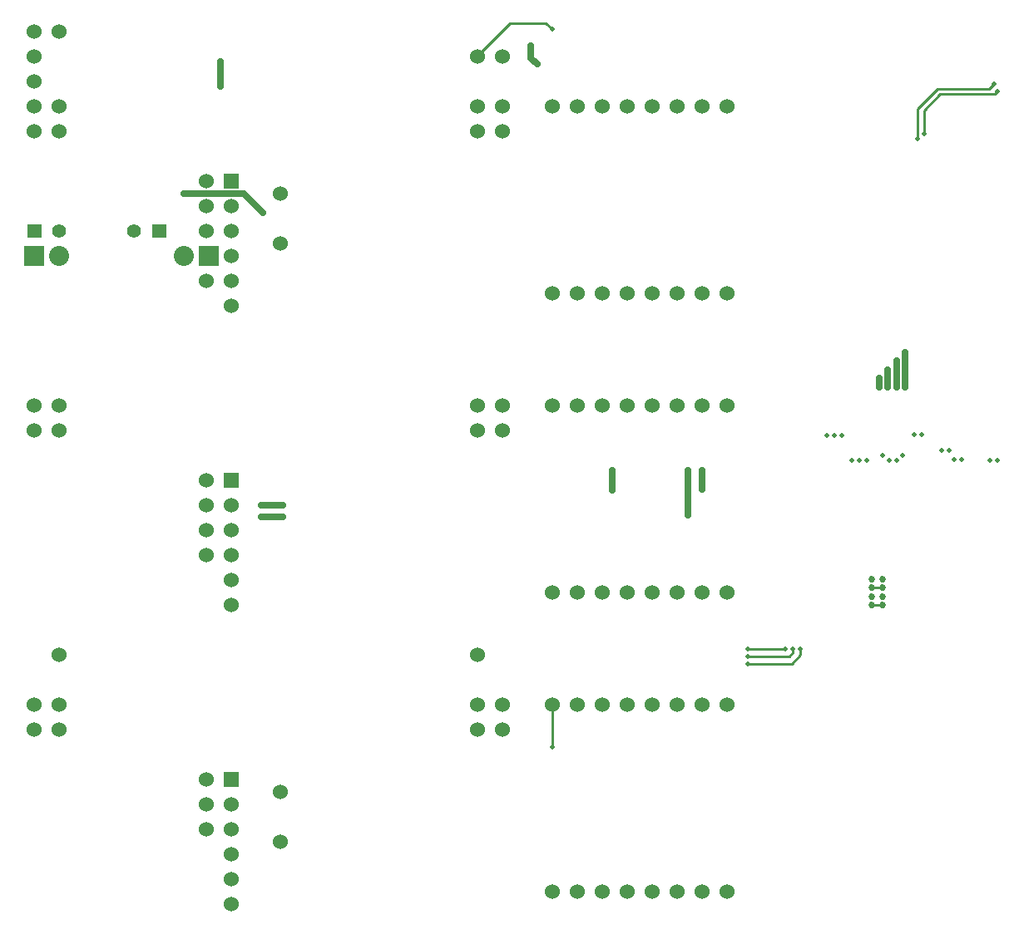
<source format=gbr>
G04 start of page 4 for group 2 idx 13 *
G04 Title: (unknown), jump *
G04 Creator: pcb 4.2.0 *
G04 CreationDate: Mon Sep 28 02:31:23 2020 UTC *
G04 For: commonadmin *
G04 Format: Gerber/RS-274X *
G04 PCB-Dimensions (mil): 6000.00 7000.00 *
G04 PCB-Coordinate-Origin: lower left *
%MOIN*%
%FSLAX25Y25*%
%LNBOTTOM*%
%ADD36C,0.0300*%
%ADD35C,0.0500*%
%ADD34C,0.0130*%
%ADD33C,0.0380*%
%ADD32C,0.0270*%
%ADD31C,0.0800*%
%ADD30C,0.0550*%
%ADD29C,0.0001*%
%ADD28C,0.0200*%
%ADD27C,0.0600*%
%ADD26C,0.0250*%
%ADD25C,0.0100*%
G54D25*X297500Y93000D02*Y110000D01*
X376000Y132500D02*X391000D01*
G54D26*X352000Y186000D02*Y204000D01*
X357500Y196500D02*Y204000D01*
X321500D02*Y196000D01*
G54D25*X376000Y129500D02*X392500D01*
X376000Y126500D02*X393500D01*
X397000Y130000D01*
X392500Y129500D02*X394000Y131000D01*
Y132500D01*
X397000Y130000D02*Y132500D01*
X430000Y157000D02*X425500D01*
X430000Y150000D02*X425500D01*
G54D26*X164500Y368000D02*Y358000D01*
X150000Y315000D02*X174000D01*
X181500Y307500D01*
X189500Y185500D02*X181000D01*
Y190000D02*X189500D01*
X289000Y374500D02*Y369500D01*
X291500Y367000D01*
G54D25*X267500Y370000D02*Y370500D01*
X280500Y383500D01*
X295000D01*
X297500Y381000D01*
X474500Y359000D02*X472500Y357000D01*
X476000Y356000D02*X475000Y355000D01*
X472500Y357000D02*X452000D01*
X444000Y349000D01*
X475000Y355000D02*X453000D01*
X446500Y348500D01*
X444000Y337000D02*Y349000D01*
X446500Y339000D02*Y348500D01*
G54D26*X439000Y237500D02*Y251500D01*
X435500Y248000D02*Y237500D01*
X432000Y244500D02*Y237500D01*
X428500Y241000D02*Y237500D01*
G54D27*X367500Y155000D03*
X307500Y230000D03*
X317500D03*
X327500D03*
X337500D03*
X347500D03*
X357500D03*
X367500D03*
G54D28*X458499Y208500D03*
X438000Y210000D03*
X461500Y208500D03*
X473000Y208000D03*
X476000D03*
X453500Y212000D03*
X456500D03*
X442500Y218500D03*
X445500D03*
X430000Y210000D03*
X432500Y208000D03*
X435500D03*
X417500D03*
X420500D03*
X423500D03*
X407500Y218000D03*
X410500D03*
X413500D03*
G54D27*X327500Y155000D03*
X337500D03*
X347500D03*
X357500D03*
X297500D03*
X307500D03*
X317500D03*
X267500Y110000D03*
X277500D03*
X267500Y100000D03*
X277500D03*
X337500Y110000D03*
X327500D03*
X317500D03*
X307500D03*
X297500D03*
X367500D03*
X357500D03*
X347500D03*
X367500Y35000D03*
X357500D03*
X347500D03*
X337500D03*
X327500D03*
X317500D03*
X307500D03*
X297500D03*
X100000Y230000D03*
Y220000D03*
X90000D03*
Y230000D03*
Y110000D03*
Y100000D03*
X100000D03*
Y110000D03*
G54D29*G36*
X166000Y83000D02*Y77000D01*
X172000D01*
Y83000D01*
X166000D01*
G37*
G54D27*X169000Y70000D03*
Y60000D03*
Y50000D03*
Y40000D03*
Y30000D03*
X188500Y75000D03*
Y55000D03*
G54D29*G36*
X166000Y203000D02*Y197000D01*
X172000D01*
Y203000D01*
X166000D01*
G37*
G54D27*X169000Y190000D03*
Y180000D03*
Y170000D03*
Y160000D03*
Y150000D03*
G54D29*G36*
X166000Y323000D02*Y317000D01*
X172000D01*
Y323000D01*
X166000D01*
G37*
G54D27*X188500Y315000D03*
X169000Y310000D03*
Y300000D03*
X188500Y295000D03*
X169000Y290000D03*
G54D29*G36*
X156000Y294000D02*Y286000D01*
X164000D01*
Y294000D01*
X156000D01*
G37*
G54D27*X169000Y280000D03*
Y270000D03*
X90000Y350000D03*
Y340000D03*
X100000D03*
Y350000D03*
G54D29*G36*
X87250Y302750D02*Y297250D01*
X92750D01*
Y302750D01*
X87250D01*
G37*
G54D30*X130000Y300000D03*
G54D31*X100000Y290000D03*
G54D30*Y300000D03*
G54D29*G36*
X86000Y294000D02*Y286000D01*
X94000D01*
Y294000D01*
X86000D01*
G37*
G54D31*X150000Y290000D03*
G54D29*G36*
X137250Y302750D02*Y297250D01*
X142750D01*
Y302750D01*
X137250D01*
G37*
G54D27*X297500Y230000D03*
X277500D03*
Y220000D03*
X267500D03*
Y230000D03*
Y350000D03*
Y340000D03*
X277500D03*
Y350000D03*
X297500D03*
Y275000D03*
X367500D03*
Y350000D03*
X357500Y275000D03*
X347500D03*
X337500D03*
X327500D03*
X317500D03*
X307500D03*
X357500Y350000D03*
X347500D03*
X337500D03*
X327500D03*
X317500D03*
X307500D03*
X159000Y280000D03*
Y200000D03*
Y190000D03*
Y180000D03*
Y170000D03*
Y80000D03*
Y70000D03*
Y60000D03*
X100000Y130000D03*
X159000Y300000D03*
G54D28*X189500Y185500D03*
X181000D03*
X189500Y190000D03*
X181000D03*
G54D27*X159000Y320000D03*
Y310000D03*
G54D28*X164500Y368000D03*
Y358000D03*
G54D27*X277500Y370000D03*
G54D28*X291500Y367000D03*
X289000Y374500D03*
G54D27*X267500Y370000D03*
X100000Y380000D03*
X90000Y370000D03*
Y380000D03*
Y360000D03*
G54D28*X150000Y315000D03*
X181500Y307500D03*
X297500Y381000D03*
X321500Y196000D03*
X297500Y93000D03*
X321500Y204000D03*
X352000D03*
Y186000D03*
X357500Y204000D03*
Y196500D03*
G54D27*X267500Y130000D03*
G54D28*X444000Y337000D03*
X474500Y359000D03*
X446500Y339000D03*
X476000Y356000D03*
X376000Y132500D03*
X391000D03*
X394000D03*
X397000D03*
X376000Y126500D03*
Y129500D03*
G54D32*X425500Y153500D03*
Y150000D03*
X430000Y157000D03*
Y160500D03*
Y150000D03*
Y153500D03*
X425500Y157000D03*
Y160500D03*
G54D28*X439000Y237500D03*
X435500D03*
X432000D03*
X428500D03*
Y241000D03*
X432000Y244500D03*
X435500Y248000D03*
X439000Y251500D03*
G54D33*G54D25*G54D33*G54D25*G54D33*G54D25*G54D33*G54D25*G54D33*G54D25*G54D34*G54D25*G54D33*G54D25*G54D33*G54D35*G54D33*G54D36*G54D35*G54D36*G54D35*G54D36*G54D33*M02*

</source>
